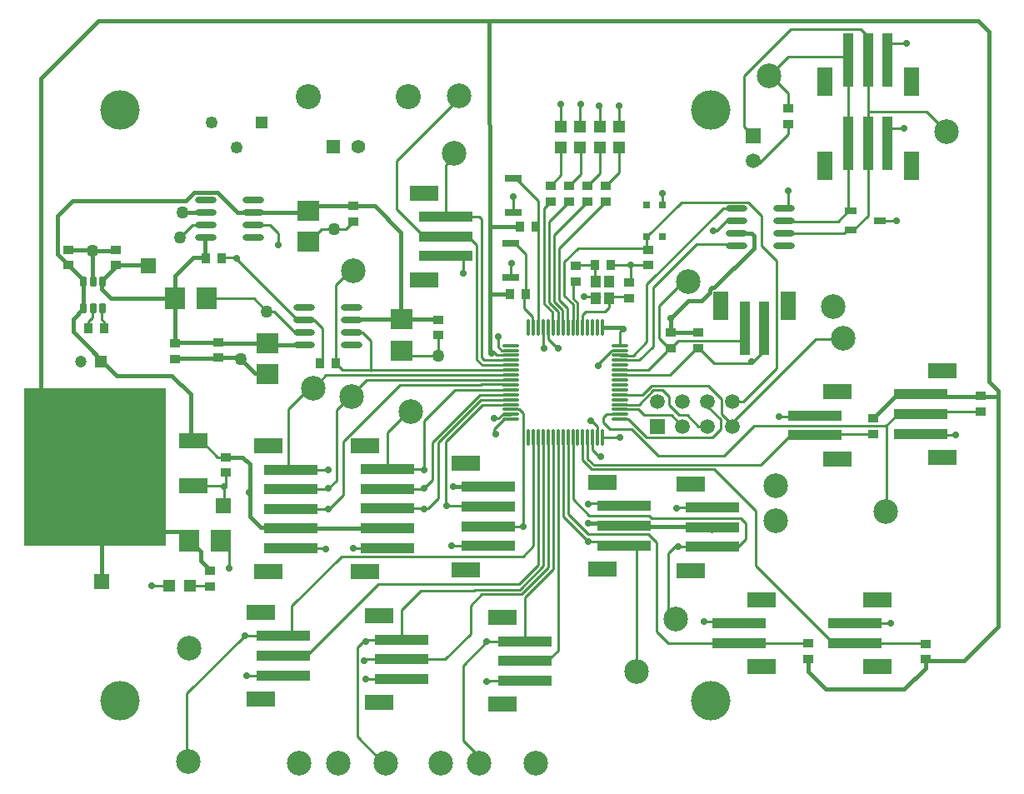
<source format=gtl>
G04*
G04 #@! TF.GenerationSoftware,Altium Limited,Altium Designer,18.1.7 (191)*
G04*
G04 Layer_Physical_Order=1*
G04 Layer_Color=255*
%FSLAX25Y25*%
%MOIN*%
G70*
G01*
G75*
%ADD13C,0.01000*%
%ADD18O,0.08661X0.02362*%
%ADD19R,0.04724X0.04724*%
%ADD20R,0.07874X0.08661*%
%ADD21R,0.21654X0.03937*%
%ADD22R,0.11811X0.06299*%
%ADD23R,0.08661X0.07874*%
%ADD24R,0.03937X0.03543*%
%ADD25R,0.06299X0.11811*%
%ADD26R,0.03937X0.21654*%
%ADD27R,0.04528X0.02559*%
%ADD28R,0.06693X0.03150*%
%ADD29R,0.06000X0.06000*%
%ADD30R,0.03543X0.03937*%
%ADD31R,0.04724X0.04724*%
%ADD32R,0.11811X0.06299*%
%ADD33R,0.24410X0.22835*%
%ADD34R,0.03937X0.04724*%
G04:AMPARAMS|DCode=35|XSize=23.62mil|YSize=39.37mil|CornerRadius=2.01mil|HoleSize=0mil|Usage=FLASHONLY|Rotation=0.000|XOffset=0mil|YOffset=0mil|HoleType=Round|Shape=RoundedRectangle|*
%AMROUNDEDRECTD35*
21,1,0.02362,0.03535,0,0,0.0*
21,1,0.01961,0.03937,0,0,0.0*
1,1,0.00402,0.00980,-0.01768*
1,1,0.00402,-0.00980,-0.01768*
1,1,0.00402,-0.00980,0.01768*
1,1,0.00402,0.00980,0.01768*
%
%ADD35ROUNDEDRECTD35*%
%ADD36O,0.01181X0.07087*%
%ADD37O,0.07087X0.01181*%
%ADD38R,0.02953X0.02756*%
%ADD73C,0.01500*%
%ADD74C,0.09843*%
%ADD75R,0.04574X0.04574*%
%ADD76C,0.04724*%
%ADD77R,0.05906X0.05906*%
%ADD78C,0.05906*%
%ADD79C,0.15748*%
%ADD80R,0.05906X0.05906*%
%ADD81R,0.04921X0.04921*%
%ADD82C,0.04921*%
%ADD83C,0.10039*%
%ADD84R,0.05512X0.05512*%
%ADD85C,0.05512*%
%ADD86C,0.02800*%
%ADD87C,0.05000*%
G36*
X57590Y101191D02*
X1020D01*
X1020Y164191D01*
X57590D01*
Y101191D01*
D02*
G37*
D13*
X83000Y92500D02*
Y100098D01*
X79598Y103500D02*
X83000Y100098D01*
X188500Y179000D02*
X189982Y177518D01*
X223000Y278000D02*
X223403Y277597D01*
X196500Y234807D02*
Y241500D01*
X195500Y214500D02*
X196000Y215000D01*
X358475Y145671D02*
X372168D01*
X333299Y70437D02*
X347937D01*
X227779Y118301D02*
X240969D01*
X229500Y200000D02*
X230000Y200500D01*
Y173500D02*
X235986Y179487D01*
X114756Y224743D02*
X115750Y223749D01*
X151756Y179392D02*
X153957Y177191D01*
X133000Y100000D02*
X133440Y100440D01*
X81000Y118500D02*
Y124991D01*
X79500Y117000D02*
X81000Y118500D01*
X225000Y201000D02*
X228500D01*
X229500Y200000D01*
X220500Y206892D02*
X220500Y206892D01*
Y200399D02*
Y206892D01*
Y200399D02*
X222421Y198478D01*
X276358Y99949D02*
X285449D01*
X258500Y75000D02*
Y98500D01*
X261500Y101500D01*
X258500Y75000D02*
X261500Y72000D01*
X246000Y51000D02*
Y101500D01*
X314000Y62500D02*
X314500Y63000D01*
X250728Y105900D02*
X254000Y102628D01*
Y67000D02*
Y102628D01*
Y67000D02*
X258500Y62500D01*
X176500Y23500D02*
X184500Y15500D01*
X176500Y23500D02*
Y53500D01*
X186000Y63000D01*
X136500D02*
X137500D01*
X134100Y60600D02*
X136500Y63000D01*
X134100Y24900D02*
Y60600D01*
Y24900D02*
X143500Y15500D01*
X66000Y16000D02*
Y42309D01*
X89191Y65500D01*
X299250Y289750D02*
X306500Y297000D01*
X299250Y289750D02*
X306500Y282500D01*
X298500Y290500D02*
X299250Y289750D01*
X306500Y276299D02*
Y282500D01*
X292500Y254500D02*
X295000D01*
X306500Y266000D02*
Y270000D01*
X295000Y254500D02*
X306500Y266000D01*
X335500Y308000D02*
X337500Y306000D01*
X307500Y308000D02*
X335500D01*
X289000Y289500D02*
X307500Y308000D01*
X289000Y269000D02*
Y289500D01*
X337500Y305500D02*
Y306000D01*
X289000Y269000D02*
X292500Y265500D01*
X346500Y302500D02*
X354000D01*
X346374Y302374D02*
X346500Y302500D01*
X346374Y295701D02*
Y302374D01*
X346500Y268500D02*
X353000D01*
X346374Y268374D02*
X346500Y268500D01*
X346374Y262201D02*
Y268374D01*
X350000Y231500D02*
X350000Y231500D01*
X343307Y231500D02*
X350000D01*
X367000Y155000D02*
X383500D01*
X345750Y149250D02*
X346000Y149000D01*
Y115500D02*
Y149000D01*
X345750Y149250D02*
X350500Y154000D01*
X345500Y149500D02*
X345750Y149250D01*
X350500Y154000D02*
X359500D01*
X338500Y275000D02*
Y295701D01*
Y262201D02*
Y275000D01*
X362000D01*
X370000Y267000D01*
X338500Y260000D02*
Y262201D01*
X338000Y259500D02*
X338500Y260000D01*
X306500Y297000D02*
X330000D01*
X338500Y233500D02*
Y254000D01*
X332760Y227760D02*
X338500Y233500D01*
X331693Y227760D02*
X332760D01*
X329000Y226500D02*
X330000Y227500D01*
X306596Y226500D02*
X329000D01*
X330626Y236374D02*
X332000Y235000D01*
X330740Y235240D02*
X331693D01*
X326500Y231000D02*
X330740Y235240D01*
X308000Y231000D02*
X326500D01*
X330626Y236374D02*
Y262201D01*
Y295701D01*
X198883Y155865D02*
X200500Y154248D01*
Y109000D02*
Y154248D01*
X213000Y225840D02*
X226214Y239054D01*
X213000Y199137D02*
Y225840D01*
X215000Y220506D02*
X233547Y239054D01*
X215000Y199786D02*
Y220506D01*
X223403Y260698D02*
X223500Y260601D01*
Y249972D02*
Y260601D01*
X218881Y245353D02*
X223500Y249972D01*
X308000Y146000D02*
X339500D01*
X228800Y133700D02*
X295700D01*
X226358Y136142D02*
X228800Y133700D01*
X295700D02*
X308000Y146000D01*
X277000Y131900D02*
X293500Y115400D01*
X228054Y131900D02*
X277000D01*
X252000Y112500D02*
X287500D01*
X251000Y113500D02*
X252000Y112500D01*
X226899Y113500D02*
X251000D01*
X226600Y105900D02*
X250728D01*
X262000Y116500D02*
X262197Y116697D01*
X224390Y135565D02*
X228054Y131900D01*
X239350Y181455D02*
Y186850D01*
X240500Y188000D01*
X176000Y216500D02*
X176500Y216000D01*
Y210500D02*
Y216000D01*
X85256Y216691D02*
X110256Y191691D01*
X120201Y173191D02*
Y188490D01*
X78906Y216691D02*
X85256D01*
X235986Y179487D02*
X239350D01*
X137500Y63000D02*
X138256Y63756D01*
X151782D01*
X258500Y62500D02*
X287000D01*
X314000D01*
X361500D02*
X362000Y62000D01*
X333299Y62500D02*
X361500D01*
X273000Y71000D02*
X281000D01*
X281500Y70500D01*
X293500Y93500D02*
Y115400D01*
X293000Y149500D02*
X345500D01*
X281000Y137500D02*
X293000Y149500D01*
X303000Y153000D02*
X316000D01*
X316500Y153500D01*
X254454Y137500D02*
X281000D01*
X284000Y150046D02*
X284394Y149652D01*
X279941Y154104D02*
X284000Y150046D01*
Y150500D01*
Y148500D02*
Y150046D01*
X317500Y184000D02*
X326500D01*
X284000Y150500D02*
X317500Y184000D01*
X200374Y109126D02*
X200500Y109000D01*
X186500Y109126D02*
X200374D01*
X169500Y117500D02*
Y143055D01*
X181191Y83691D02*
X199100D01*
X206673Y93810D02*
Y144841D01*
X198863Y86000D02*
X206673Y93810D01*
X142500Y86000D02*
X198863D01*
X208642Y93233D02*
Y144841D01*
X199100Y83691D02*
X208642Y93233D01*
X210610Y92656D02*
Y144841D01*
X199846Y81891D02*
X210610Y92656D01*
X184000Y81891D02*
X199846D01*
X212579Y92079D02*
Y144841D01*
X201282Y80782D02*
X212579Y92079D01*
X201282Y63140D02*
Y80782D01*
X146201Y116188D02*
X162496D01*
X107500Y116065D02*
X122909D01*
X133440Y100440D02*
X146201D01*
X172500Y101500D02*
X172748Y101252D01*
X186500D01*
X121317Y100317D02*
X121500Y100500D01*
X107500Y100317D02*
X121317D01*
X292000Y174500D02*
X297000Y179500D01*
X277000Y174500D02*
X292000D01*
X302000Y172500D02*
Y215500D01*
X288619Y159119D02*
X302000Y172500D01*
X284394Y159119D02*
X288619D01*
X296000Y221500D02*
X302000Y215500D01*
X264500Y207000D02*
X266500D01*
X255000Y197500D02*
X264500Y207000D01*
X255000Y184500D02*
Y197500D01*
Y184500D02*
X258000Y181500D01*
X262500Y101000D02*
X262551Y100949D01*
X276358D01*
X293500Y93500D02*
X323500Y63500D01*
X347874Y70500D02*
X347937Y70437D01*
X272000Y179500D02*
X277000Y174500D01*
X297000Y179500D02*
Y188500D01*
X259144Y169644D02*
X269000Y179500D01*
X239350Y169644D02*
X259144D01*
X262650Y183500D02*
X289000D01*
X259500Y180350D02*
X262650Y183500D01*
X250612Y171613D02*
X258000Y179000D01*
X239350Y171613D02*
X250612D01*
X162496Y116188D02*
X166500Y120191D01*
X170000Y117500D02*
X176500D01*
X169500Y143055D02*
X184279Y157833D01*
X187000Y47000D02*
X187392Y47392D01*
X201282D01*
X186000Y63000D02*
X186140Y63140D01*
X201282D01*
X179500Y77391D02*
X184000Y81891D01*
X179500Y66000D02*
Y77391D01*
X151782Y55882D02*
X169382D01*
X179500Y66000D01*
X186374Y109000D02*
X186500Y109126D01*
X150000Y236000D02*
X160500Y225500D01*
X150000Y236000D02*
Y255500D01*
X174500Y280000D01*
X125650Y205650D02*
X131000Y211000D01*
X125650Y174191D02*
Y205650D01*
X139500Y171549D02*
X195587D01*
X128291D02*
X139500D01*
Y183500D01*
Y171500D02*
Y171549D01*
X136309Y186691D02*
X139500Y183500D01*
X131949Y186691D02*
X136309D01*
X120000Y228000D02*
X125000D01*
X115750Y223749D02*
X120000Y228000D01*
X125000D02*
X129715D01*
X132756Y231042D01*
X169701Y253701D02*
X172500Y256500D01*
X169701Y232975D02*
Y253701D01*
X262197Y116697D02*
X276358D01*
X220500Y119899D02*
X226899Y113500D01*
X287500Y112500D02*
X289500Y110500D01*
Y104000D02*
Y110500D01*
X285449Y99949D02*
X289500Y104000D01*
X220453Y144841D02*
X220500Y144794D01*
Y119899D02*
Y144794D01*
X218653Y113847D02*
X226600Y105900D01*
X231000Y277500D02*
X231102Y277398D01*
X230500Y278000D02*
X231000Y277500D01*
X220850Y213542D02*
X229350D01*
X236299Y200875D02*
X242973D01*
X236299Y200136D02*
Y200875D01*
X234921Y196772D02*
Y200845D01*
X224421Y188542D02*
Y193806D01*
X28256Y192691D02*
Y196364D01*
X31997Y191802D02*
Y196364D01*
X125845Y155745D02*
X137900Y167800D01*
X122327Y123939D02*
X125845Y127457D01*
X306596Y236500D02*
Y243904D01*
X214500Y188500D02*
Y195091D01*
X212410Y187590D02*
Y194590D01*
X195650Y155865D02*
X198883D01*
X184279Y157833D02*
X195650D01*
X204705Y101205D02*
Y144841D01*
X200500Y97000D02*
X204705Y101205D01*
X127809Y97000D02*
X200500D01*
X197500Y248500D02*
X206500Y239500D01*
Y189292D02*
Y239500D01*
Y189292D02*
X206505Y189287D01*
Y188710D02*
Y189287D01*
Y188710D02*
X206673Y188542D01*
X238801Y277301D02*
X239000Y277500D01*
X238801Y268966D02*
Y277301D01*
X231102Y268966D02*
Y277398D01*
X223403Y268966D02*
Y277597D01*
X215500Y278000D02*
X215705Y277795D01*
Y268966D02*
Y277795D01*
X181000Y83500D02*
X181191Y83691D01*
X159500Y83500D02*
X181000D01*
X151782Y75782D02*
X159500Y83500D01*
X151782Y63756D02*
Y75782D01*
X137500Y48000D02*
X137508Y48008D01*
X151782D01*
X137500Y55500D02*
X137882Y55882D01*
X151782D01*
X146201Y146701D02*
X154500Y155000D01*
X146201Y131936D02*
Y146701D01*
X173191Y163691D02*
X192784D01*
X161000Y151500D02*
X173191Y163691D01*
X161000Y131821D02*
Y151500D01*
X121749Y169749D02*
X138000D01*
X116500Y164500D02*
X121749Y169749D01*
X137900Y167800D02*
X195525D01*
X137500Y169644D02*
X195650D01*
X151196Y165707D02*
X183509D01*
X128500Y121656D02*
Y143011D01*
X151196Y165707D01*
X114500Y164000D02*
X115500D01*
X106500Y156000D02*
X114500Y164000D01*
X106500Y132313D02*
Y156000D01*
X183124Y161770D02*
X195650D01*
X164173Y142818D02*
X183124Y161770D01*
X164173Y127521D02*
Y142818D01*
X183701Y159801D02*
X195650D01*
X166500Y142600D02*
X183701Y159801D01*
X166500Y120191D02*
Y142600D01*
X195525Y167800D02*
X195650Y167675D01*
X192198Y166000D02*
X192491Y165707D01*
X183802Y166000D02*
X192198D01*
X183509Y165707D02*
X183802Y166000D01*
X113843Y57343D02*
X142500Y86000D01*
X104530Y57343D02*
X113843D01*
X108000Y66000D02*
Y77191D01*
X214500Y59500D02*
Y91500D01*
X210266Y55266D02*
X214500Y59500D01*
X201282Y55266D02*
X210266D01*
X214547Y90162D02*
Y144841D01*
X228327Y139673D02*
X230500Y137500D01*
X228327Y139673D02*
Y144841D01*
X224390Y135565D02*
Y144841D01*
X226358Y136142D02*
Y144841D01*
X279941Y154104D02*
Y159869D01*
X274438Y165372D02*
X279941Y159869D01*
X243885Y148069D02*
X254454Y137500D01*
X250000Y225000D02*
X263779Y238779D01*
X290721D01*
X296000Y233500D01*
Y221500D02*
Y233500D01*
X183000Y232951D02*
X184000Y231951D01*
Y176514D02*
Y231951D01*
X196500Y241500D02*
X196500Y241500D01*
X195500Y208807D02*
Y214500D01*
X201500Y202150D02*
Y218000D01*
X197307Y222193D02*
X201500Y218000D01*
X195500Y222193D02*
X197307D01*
X201500Y202150D02*
X201650Y202000D01*
X201000Y201000D02*
X201500Y201500D01*
X201000Y196412D02*
Y201000D01*
X209000Y198046D02*
Y236506D01*
X211000Y231173D02*
X218881Y239054D01*
X211000Y198591D02*
Y231173D01*
X184965Y175549D02*
X195650D01*
X192491Y165707D02*
X195650D01*
X188000Y178500D02*
X188500Y179000D01*
X184000Y176514D02*
X184965Y175549D01*
X184136Y173549D02*
X192500D01*
X190500Y181000D02*
X192014Y179487D01*
X190500Y181000D02*
Y184500D01*
X192014Y179487D02*
X195650D01*
X169725Y232951D02*
X183000D01*
X182000Y175686D02*
Y221691D01*
Y175686D02*
X184136Y173549D01*
X178590Y225101D02*
X182000Y221691D01*
X201000Y196412D02*
X204327Y193085D01*
Y188920D02*
Y193085D01*
Y188920D02*
X204705Y188542D01*
X208642Y180858D02*
X209000Y180500D01*
X208642Y180858D02*
Y188542D01*
X210610Y183890D02*
X213500Y181000D01*
X210610Y183890D02*
Y188542D01*
X222421Y192290D02*
Y198478D01*
X217000Y201353D02*
X220500Y197853D01*
Y191760D02*
Y197853D01*
X220453Y191713D02*
X220500Y191760D01*
X217000Y215000D02*
X222500Y220500D01*
X217000Y201353D02*
Y215000D01*
X215000Y199786D02*
X218400Y196386D01*
X213000Y199137D02*
X216300Y195837D01*
X211000Y198591D02*
X214500Y195091D01*
X210442Y196558D02*
X212410Y194590D01*
X218400Y191500D02*
Y196386D01*
X220453Y188542D02*
Y191713D01*
X216300Y189200D02*
Y195837D01*
Y189200D02*
X216500Y189000D01*
X210442Y196558D02*
Y196604D01*
X212410Y187590D02*
X212500Y187500D01*
X209000Y198046D02*
X210442Y196604D01*
X209000Y236506D02*
X211547Y239054D01*
X306500Y244000D02*
X306596Y243904D01*
X233772Y153896D02*
X239350D01*
X232500Y152624D02*
X233772Y153896D01*
X250000Y206000D02*
X280500Y236500D01*
X250000Y182850D02*
Y206000D01*
X280500Y236500D02*
X284352D01*
X278000Y227500D02*
X282500Y232000D01*
X276500Y227500D02*
X278000D01*
X244500Y177349D02*
X250000Y182850D01*
X252500Y204510D02*
X269990Y222000D01*
X252500Y181000D02*
Y204510D01*
X247049Y175549D02*
X252500Y181000D01*
X239350Y175549D02*
X247049D01*
X189982Y177518D02*
X195650D01*
X306596Y226500D02*
X307096Y226000D01*
X269990Y222000D02*
X283000D01*
X222500Y220500D02*
X249841D01*
X249787Y220553D02*
X249841Y220500D01*
X250500Y219841D01*
X226490Y103000D02*
X226500D01*
X216516Y112975D02*
X226490Y103000D01*
X226500D02*
X240522D01*
X240969Y102553D01*
X246811Y157833D02*
X252550Y163572D01*
X239350Y157833D02*
X246811D01*
X233547Y245353D02*
X238801Y250606D01*
Y260698D01*
X226214Y245353D02*
X231102Y250241D01*
Y260698D01*
X211547Y245353D02*
X215705Y249510D01*
Y260698D01*
X108000Y77191D02*
X127809Y97000D01*
X218653Y113847D02*
Y144672D01*
X218484Y144841D02*
X218653Y144672D01*
X216516Y112975D02*
Y144841D01*
X227701Y118223D02*
X227779Y118301D01*
X232500Y150840D02*
X235271Y148069D01*
X232500Y150840D02*
Y152624D01*
X230295Y144841D02*
Y149075D01*
X227870Y151500D02*
X230295Y149075D01*
X235271Y148069D02*
X243885D01*
X227500Y151500D02*
X227870D01*
X242500Y152000D02*
X249834Y144666D01*
X239423Y152000D02*
X242500D01*
X276238Y144666D02*
X279500Y147928D01*
X284394Y149119D02*
Y149652D01*
X274394Y157106D02*
X279500Y152000D01*
Y147928D02*
Y152000D01*
X239350Y151927D02*
X239423Y152000D01*
X249834Y144666D02*
X276238D01*
X274394Y157106D02*
Y159119D01*
X239350Y161770D02*
X248202D01*
X251804Y165372D01*
X274438D01*
X252550Y163572D02*
X256238D01*
X258847Y160963D01*
Y157595D02*
Y160963D01*
Y157595D02*
X262870Y153572D01*
X266238D01*
X270691Y149119D01*
X274394D01*
X259941Y153572D02*
X264394Y149119D01*
X248928Y153572D02*
X259941D01*
X246636Y155865D02*
X248928Y153572D01*
X239350Y155865D02*
X246636D01*
X239350Y177518D02*
X239519Y177349D01*
X244500D01*
X113051Y191691D02*
X117000D01*
X110256D02*
X113051D01*
X190576Y152191D02*
X192113Y153727D01*
X189000Y152191D02*
X190576D01*
X189000Y148069D02*
X192858Y151927D01*
X189000Y146191D02*
Y148069D01*
X192858Y151927D02*
X195650D01*
X195481Y153727D02*
X195650Y153896D01*
X192113Y153727D02*
X195481D01*
X160843Y124191D02*
X164173Y127521D01*
X160713Y124062D02*
X160843Y124191D01*
X146201Y124062D02*
X160713D01*
X160886Y131936D02*
X161000Y131821D01*
X146201Y131936D02*
X160886D01*
X89781Y49469D02*
X104530D01*
X114000Y131813D02*
X122492D01*
X125845Y127457D02*
Y155745D01*
X122909Y116065D02*
X128500Y121656D01*
X107500Y123939D02*
X122327D01*
X89191Y65500D02*
X89475Y65217D01*
X104530D01*
X372168Y145671D02*
X372176Y145680D01*
X52057Y85385D02*
X58866D01*
X75111D02*
X75406Y85089D01*
X67134Y85385D02*
X75111D01*
X78146Y136841D02*
X81500D01*
X71800Y143187D02*
X78146Y136841D01*
X68484Y143187D02*
X71800D01*
X81500Y125491D02*
Y130542D01*
X81000Y124991D02*
X81500Y125491D01*
X80796Y125195D02*
X81000Y124991D01*
X68484Y125195D02*
X80796D01*
X256283Y241675D02*
X256300Y241691D01*
X256283Y237774D02*
Y241675D01*
X102756Y221691D02*
Y226191D01*
X99256Y229691D02*
X102756Y226191D01*
X92449Y229691D02*
X99256D01*
X249787Y220553D02*
Y224979D01*
X243470Y213542D02*
X250500D01*
X242972Y206687D02*
X243470Y207185D01*
Y213542D01*
X243470Y213542D02*
X243470Y213542D01*
X235650Y213542D02*
X243470D01*
X229350Y207227D02*
Y213542D01*
Y207227D02*
X229694Y206884D01*
X220500Y213191D02*
X220850Y213542D01*
X233140Y194990D02*
X234921Y196772D01*
X225606Y194990D02*
X233140D01*
X224421Y193806D02*
X225606Y194990D01*
X242973Y200875D02*
X243366Y201268D01*
X230998Y200691D02*
X231181Y200875D01*
X222421Y191912D02*
Y192290D01*
X232264Y144841D02*
X239315D01*
X169701Y225101D02*
X178590D01*
X125650Y174191D02*
X128291Y171549D01*
X195587D02*
X195650Y171613D01*
X169701Y232975D02*
X169725Y232951D01*
X166756Y177191D02*
Y185542D01*
X117000Y191691D02*
X120201Y188490D01*
X153957Y177191D02*
X166756D01*
X92805Y200191D02*
X98006Y194990D01*
X73855Y200191D02*
X92805D01*
X64256Y225691D02*
X68256Y229691D01*
X73308D01*
X98006Y194990D02*
X100957D01*
X109256Y186691D01*
X112808D01*
X31997Y191802D02*
X32906Y190892D01*
Y188191D02*
Y190892D01*
X26607Y191042D02*
X28256Y192691D01*
X26607Y188191D02*
Y191042D01*
D18*
X304923Y221500D02*
D03*
Y226500D02*
D03*
Y231500D02*
D03*
Y236500D02*
D03*
X286025Y221500D02*
D03*
Y226500D02*
D03*
Y231500D02*
D03*
Y236500D02*
D03*
X131949Y181691D02*
D03*
Y186691D02*
D03*
Y191691D02*
D03*
Y196691D02*
D03*
X113051Y181691D02*
D03*
Y186691D02*
D03*
Y191691D02*
D03*
Y196691D02*
D03*
X73551Y239691D02*
D03*
Y234691D02*
D03*
Y229691D02*
D03*
Y224691D02*
D03*
X92449Y239691D02*
D03*
Y234691D02*
D03*
Y229691D02*
D03*
Y224691D02*
D03*
D19*
X58866Y85385D02*
D03*
X67134D02*
D03*
D20*
X79598Y103500D02*
D03*
X67000D02*
D03*
X73855Y200191D02*
D03*
X61256D02*
D03*
D21*
X169701Y217227D02*
D03*
Y225101D02*
D03*
Y232975D02*
D03*
X201282Y47392D02*
D03*
Y55266D02*
D03*
Y63140D02*
D03*
X151782Y48008D02*
D03*
Y55882D02*
D03*
Y63756D02*
D03*
X104530Y49469D02*
D03*
Y57343D02*
D03*
Y65217D02*
D03*
X146201Y131936D02*
D03*
Y124062D02*
D03*
Y116188D02*
D03*
Y108314D02*
D03*
Y100440D02*
D03*
X107500Y100317D02*
D03*
Y108191D02*
D03*
Y116065D02*
D03*
Y123939D02*
D03*
Y131813D02*
D03*
X276358Y100949D02*
D03*
Y108823D02*
D03*
Y116697D02*
D03*
X359500Y161874D02*
D03*
Y154000D02*
D03*
Y146126D02*
D03*
X287000Y70374D02*
D03*
Y62500D02*
D03*
X317299Y153437D02*
D03*
Y145563D02*
D03*
X333299Y70374D02*
D03*
Y62500D02*
D03*
X240969Y117197D02*
D03*
Y109323D02*
D03*
Y101449D02*
D03*
X186500Y101252D02*
D03*
Y109126D02*
D03*
Y117000D02*
D03*
Y124874D02*
D03*
D22*
X160843Y207778D02*
D03*
Y242424D02*
D03*
X192424Y37943D02*
D03*
Y72589D02*
D03*
X142924Y38559D02*
D03*
Y73205D02*
D03*
X95672Y40020D02*
D03*
Y74666D02*
D03*
X137343Y141384D02*
D03*
Y90991D02*
D03*
X98642Y90868D02*
D03*
Y141262D02*
D03*
X267500Y91500D02*
D03*
Y126146D02*
D03*
X368358Y171323D02*
D03*
Y136677D02*
D03*
X295858Y79823D02*
D03*
Y53051D02*
D03*
X326157Y162886D02*
D03*
Y136114D02*
D03*
X342157Y79823D02*
D03*
Y53051D02*
D03*
X232111Y126646D02*
D03*
Y92000D02*
D03*
X177642Y91803D02*
D03*
Y134323D02*
D03*
D23*
X152000Y179392D02*
D03*
Y191990D02*
D03*
X98256Y169892D02*
D03*
Y182491D02*
D03*
X114756Y235490D02*
D03*
Y222892D02*
D03*
D24*
X306500Y270000D02*
D03*
Y276299D02*
D03*
X259500Y186650D02*
D03*
Y180350D02*
D03*
X361500Y62150D02*
D03*
Y55850D02*
D03*
X314500Y56000D02*
D03*
Y62299D02*
D03*
X383500Y161299D02*
D03*
Y155000D02*
D03*
X340500Y146000D02*
D03*
Y152299D02*
D03*
X270500Y180350D02*
D03*
Y186650D02*
D03*
X221500Y207042D02*
D03*
Y213341D02*
D03*
X242972Y200388D02*
D03*
Y206687D02*
D03*
X250500Y213542D02*
D03*
Y219841D02*
D03*
X226214Y245353D02*
D03*
Y239054D02*
D03*
X218881Y245353D02*
D03*
Y239054D02*
D03*
X233547Y245353D02*
D03*
Y239054D02*
D03*
X211547Y245353D02*
D03*
Y239054D02*
D03*
X75406Y85089D02*
D03*
Y91389D02*
D03*
X81500Y130542D02*
D03*
Y136841D02*
D03*
X18756Y219841D02*
D03*
Y213542D02*
D03*
X37756D02*
D03*
Y219841D02*
D03*
X78756Y176542D02*
D03*
Y182841D02*
D03*
X61256Y176042D02*
D03*
Y182341D02*
D03*
X166756Y185542D02*
D03*
Y191841D02*
D03*
X132756Y231042D02*
D03*
Y237341D02*
D03*
D25*
X321177Y253343D02*
D03*
X355823D02*
D03*
X306449Y197358D02*
D03*
X279677D02*
D03*
X321177Y286843D02*
D03*
X355823D02*
D03*
D26*
X330626Y262201D02*
D03*
X338500D02*
D03*
X346374D02*
D03*
X338500Y295701D02*
D03*
X330626D02*
D03*
X297000Y188500D02*
D03*
X289126D02*
D03*
X346374Y295701D02*
D03*
D27*
X331693Y227760D02*
D03*
Y235240D02*
D03*
X343307Y231500D02*
D03*
D28*
X195500Y208807D02*
D03*
Y222193D02*
D03*
X196500Y248193D02*
D03*
Y234807D02*
D03*
D29*
X50500Y213500D02*
D03*
X80500Y117500D02*
D03*
X32000Y87000D02*
D03*
D30*
X199201Y229000D02*
D03*
X205500D02*
D03*
X201650Y202000D02*
D03*
X195350D02*
D03*
X229350Y213542D02*
D03*
X235650D02*
D03*
X73701Y216500D02*
D03*
X80000D02*
D03*
X119350Y174191D02*
D03*
X125650D02*
D03*
X26607Y188191D02*
D03*
X32906D02*
D03*
D31*
X223403Y260698D02*
D03*
Y268966D02*
D03*
X231102Y260698D02*
D03*
Y268966D02*
D03*
X238801Y260698D02*
D03*
Y268966D02*
D03*
X215705Y260698D02*
D03*
Y268966D02*
D03*
D32*
X68484Y125195D02*
D03*
Y143187D02*
D03*
D33*
X40217Y134191D02*
D03*
D34*
X234812Y206884D02*
D03*
Y200191D02*
D03*
X229694Y206884D02*
D03*
Y200191D02*
D03*
D35*
X32240Y196278D02*
D03*
X28500D02*
D03*
X24760D02*
D03*
Y207105D02*
D03*
X28500D02*
D03*
X32240D02*
D03*
D36*
X232264Y188542D02*
D03*
X230295D02*
D03*
X228327D02*
D03*
X226358D02*
D03*
X224390D02*
D03*
X222421D02*
D03*
X220453D02*
D03*
X218484D02*
D03*
X216516D02*
D03*
X214547D02*
D03*
X212579D02*
D03*
X210610D02*
D03*
X208642D02*
D03*
X206673D02*
D03*
X204705D02*
D03*
X202736D02*
D03*
Y144841D02*
D03*
X204705D02*
D03*
X206673D02*
D03*
X208642D02*
D03*
X210610D02*
D03*
X212579D02*
D03*
X214547D02*
D03*
X216516D02*
D03*
X218484D02*
D03*
X220453D02*
D03*
X222421D02*
D03*
X224390D02*
D03*
X226358D02*
D03*
X228327D02*
D03*
X230295D02*
D03*
X232264D02*
D03*
D37*
X195650Y181455D02*
D03*
Y179487D02*
D03*
Y177518D02*
D03*
Y175549D02*
D03*
Y173581D02*
D03*
Y171613D02*
D03*
Y169644D02*
D03*
Y167675D02*
D03*
Y165707D02*
D03*
Y163739D02*
D03*
Y161770D02*
D03*
Y159801D02*
D03*
Y157833D02*
D03*
Y155865D02*
D03*
Y153896D02*
D03*
Y151927D02*
D03*
X239350D02*
D03*
Y153896D02*
D03*
Y155865D02*
D03*
Y157833D02*
D03*
Y159801D02*
D03*
Y161770D02*
D03*
Y163739D02*
D03*
Y165707D02*
D03*
Y167675D02*
D03*
Y169644D02*
D03*
Y171613D02*
D03*
Y173581D02*
D03*
Y175549D02*
D03*
Y177518D02*
D03*
Y179487D02*
D03*
Y181455D02*
D03*
D38*
X256283Y237774D02*
D03*
Y224979D02*
D03*
X249787D02*
D03*
Y237774D02*
D03*
D73*
X71500Y95500D02*
Y99000D01*
Y95500D02*
X75500Y91500D01*
X67000Y103500D02*
X71500Y99000D01*
X63366Y107134D02*
X63500Y107000D01*
X284500Y226500D02*
X292000D01*
X362748Y161000D02*
X390500D01*
X361500Y55500D02*
Y56500D01*
X187350Y202000D02*
X195500D01*
X54366Y107134D02*
X63366D01*
X28256Y207191D02*
X28756Y207691D01*
X61256Y176432D02*
X78646D01*
X275277Y203781D02*
X276010Y204514D01*
X275277Y202778D02*
Y203781D01*
X276010Y204514D02*
X277013D01*
X272000Y199500D02*
X275277Y202778D01*
X266500Y199500D02*
X272000D01*
X277013Y204514D02*
X293000Y220500D01*
Y225500D01*
X151756Y191990D02*
Y226691D01*
X114756Y237341D02*
X132756D01*
X112107Y234691D02*
X114756Y237341D01*
X131705Y191691D02*
X132004Y191990D01*
X274500Y109000D02*
X276000Y107500D01*
X226954Y110427D02*
X240969D01*
X20500Y187000D02*
X38000Y169500D01*
X24516Y196364D02*
Y207782D01*
X67500Y143000D02*
Y162000D01*
Y143000D02*
X68000Y142500D01*
X91286Y113037D02*
Y133863D01*
X186998Y311500D02*
X187350Y229000D01*
X30500Y311500D02*
X186998D01*
X7500Y288500D02*
X30500Y311500D01*
X382500D02*
X387000Y307000D01*
X187002Y311500D02*
X382500D01*
X187000Y311000D02*
X187002Y311500D01*
X7500Y159000D02*
Y288500D01*
X390500Y161000D02*
Y163500D01*
Y69000D02*
Y161000D01*
X388175Y165825D02*
X390500Y163500D01*
X388175Y165825D02*
Y165825D01*
X387000Y167000D02*
X388175Y165825D01*
X387000Y167000D02*
Y307000D01*
X292000Y226500D02*
X293000Y225500D01*
X239458Y188542D02*
X240000Y188000D01*
X232264Y188542D02*
X239458D01*
X361500Y52500D02*
Y55500D01*
X353000Y44000D02*
X361500Y52500D01*
X321500Y44000D02*
X353000D01*
X361500Y55500D02*
X377000D01*
X314500Y51000D02*
Y55500D01*
Y51000D02*
X321500Y44000D01*
X377000Y55500D02*
X390500Y69000D01*
X362000Y161748D02*
X362748Y161000D01*
X350201Y162000D02*
X352500D01*
X340500Y152299D02*
X350201Y162000D01*
X187350Y202000D02*
Y229000D01*
Y179150D02*
Y202000D01*
X270500Y186650D02*
X270650D01*
X259500D02*
X270500D01*
X270650D02*
X271000Y187000D01*
X259500Y192500D02*
X266500Y199500D01*
X259500Y186650D02*
Y192000D01*
X187350Y229000D02*
X199201D01*
X187350Y179150D02*
X188000Y178500D01*
X32000Y103000D02*
X32500Y103500D01*
X32000Y87000D02*
Y103000D01*
X31997Y207191D02*
X37756Y212951D01*
X49958Y213542D02*
X50000Y213500D01*
X37756Y213542D02*
X49958D01*
X60000Y169500D02*
X67500Y162000D01*
X38000Y169500D02*
X60000D01*
X241292Y109000D02*
X274500D01*
X240969Y109323D02*
X241292Y109000D01*
X78146Y182731D02*
X78756Y183341D01*
X73308Y217392D02*
Y224691D01*
X78756Y183341D02*
X79607Y182491D01*
X98006Y183240D02*
X99556Y181691D01*
X31997Y203951D02*
Y207191D01*
X61256Y182731D02*
X78146D01*
X173000Y125000D02*
X173126Y124874D01*
X186500D01*
X54000Y107500D02*
X54366Y107134D01*
X20500Y187000D02*
Y192018D01*
X24760Y196278D01*
X146079Y108191D02*
X146201Y108314D01*
X107500Y108191D02*
X146079D01*
X88308Y136841D02*
X91286Y133863D01*
X81500Y136841D02*
X88308D01*
X95632Y108691D02*
X107000D01*
X91286Y113037D02*
X95632Y108691D01*
X107000D02*
X107500Y108191D01*
X152000Y191990D02*
X166607D01*
X151756D02*
X152000D01*
X92449Y234691D02*
X112107D01*
X86256D02*
X92449D01*
X87500Y176014D02*
X93323Y170191D01*
X86973Y176542D02*
X87500Y176014D01*
X93323Y170191D02*
X96957D01*
X78756Y176542D02*
X86973D01*
X20256Y239191D02*
X65513D01*
X14256Y233191D02*
X20256Y239191D01*
X65513D02*
X68944Y242622D01*
X166607Y191990D02*
X166756Y191841D01*
X132004Y191990D02*
X151756D01*
X141107Y237341D02*
X151756Y226691D01*
X132756Y237341D02*
X141107D01*
X78325Y242622D02*
X86256Y234691D01*
X68944Y242622D02*
X78325D01*
X14256Y218042D02*
Y233191D01*
Y218042D02*
X18756Y213542D01*
X97457Y171191D02*
X97756Y170892D01*
X64756Y234691D02*
X73308D01*
X78646Y176432D02*
X78756Y176542D01*
X28256Y207191D02*
Y219282D01*
X37197D02*
X37756Y219841D01*
X28256Y219282D02*
X37197D01*
X27697Y219841D02*
X28256Y219282D01*
X18756Y219841D02*
X27697D01*
X35756Y200191D02*
X61256D01*
X31997Y203951D02*
X35756Y200191D01*
X37756Y212951D02*
Y213542D01*
X18756D02*
X24516Y207782D01*
X72607Y216691D02*
X73308Y217392D01*
X68756Y216691D02*
X72607D01*
X61256Y209191D02*
X68756Y216691D01*
X61256Y200191D02*
Y209191D01*
Y182731D02*
Y200191D01*
X79607Y182491D02*
X97256D01*
X99556Y181691D02*
X112808D01*
D74*
X246000Y51000D02*
D03*
X261500Y72000D02*
D03*
X66500Y15000D02*
D03*
X183000Y14500D02*
D03*
X145500D02*
D03*
X370000Y267000D02*
D03*
X299000Y289500D02*
D03*
X345500Y115000D02*
D03*
X266500Y207000D02*
D03*
X328500Y184500D02*
D03*
X301500Y125500D02*
D03*
X324500Y197000D02*
D03*
X301500Y111500D02*
D03*
X155500Y155000D02*
D03*
X132000Y161000D02*
D03*
X116500Y164500D02*
D03*
X205500Y14500D02*
D03*
X167500D02*
D03*
X132500Y211500D02*
D03*
X175000Y281500D02*
D03*
X173000Y258500D02*
D03*
X126500Y14500D02*
D03*
X111000D02*
D03*
X67000Y60500D02*
D03*
D75*
X31500Y175000D02*
D03*
D76*
X23626D02*
D03*
D77*
X254394Y149119D02*
D03*
D78*
X264394D02*
D03*
X274394D02*
D03*
X284394D02*
D03*
X254394Y159119D02*
D03*
X264394D02*
D03*
X274394D02*
D03*
X284394D02*
D03*
X292500Y255500D02*
D03*
D79*
X39370Y39370D02*
D03*
Y275590D02*
D03*
X275590D02*
D03*
Y39370D02*
D03*
D80*
X292500Y265500D02*
D03*
D81*
X96000Y270553D02*
D03*
D82*
X86000Y260554D02*
D03*
X76000Y270553D02*
D03*
D83*
X114500Y281000D02*
D03*
X154500D02*
D03*
D84*
X124500Y261000D02*
D03*
D85*
X134500D02*
D03*
D86*
X83000Y92500D02*
D03*
X49500Y153000D02*
D03*
Y117000D02*
D03*
X45000Y108000D02*
D03*
X40500Y153000D02*
D03*
Y117000D02*
D03*
X36000Y108000D02*
D03*
X31500Y153000D02*
D03*
Y117000D02*
D03*
X27000Y108000D02*
D03*
X22500Y153000D02*
D03*
X18000Y144000D02*
D03*
X22500Y135000D02*
D03*
X18000Y126000D02*
D03*
X22500Y117000D02*
D03*
X18000Y108000D02*
D03*
X13500Y153000D02*
D03*
X9000Y144000D02*
D03*
X13500Y135000D02*
D03*
X9000Y126000D02*
D03*
X13500Y117000D02*
D03*
X9000Y108000D02*
D03*
X225000Y201000D02*
D03*
X137000Y55500D02*
D03*
X354000Y302500D02*
D03*
X353000Y268500D02*
D03*
X350000Y231500D02*
D03*
X262000Y116500D02*
D03*
X176500Y210500D02*
D03*
X189500Y146000D02*
D03*
X86000Y216500D02*
D03*
X230500Y173500D02*
D03*
X303000Y153000D02*
D03*
X200500Y109000D02*
D03*
X161000Y116000D02*
D03*
X172000Y101500D02*
D03*
X132500Y100500D02*
D03*
X121500Y100000D02*
D03*
X122500Y116000D02*
D03*
X292000Y175000D02*
D03*
X262500Y101000D02*
D03*
X273000Y71000D02*
D03*
X347500Y70500D02*
D03*
X259500Y192500D02*
D03*
X170000Y117500D02*
D03*
X186000Y47000D02*
D03*
Y63000D02*
D03*
X137500D02*
D03*
X172500Y125000D02*
D03*
X239000Y277500D02*
D03*
X223500Y278000D02*
D03*
X231000Y277500D02*
D03*
X215500Y278000D02*
D03*
X137500Y48000D02*
D03*
X231500Y137000D02*
D03*
X196500Y241000D02*
D03*
X196000Y214500D02*
D03*
X188000Y178500D02*
D03*
X190500Y185000D02*
D03*
X214500Y180500D02*
D03*
X209000D02*
D03*
X306500Y243500D02*
D03*
X240500Y188000D02*
D03*
X276500Y227500D02*
D03*
X226500Y118000D02*
D03*
Y103000D02*
D03*
Y110500D02*
D03*
X227500Y151500D02*
D03*
X189000Y152191D02*
D03*
X239315Y144841D02*
D03*
X160843Y124191D02*
D03*
X161000Y131821D02*
D03*
X89781Y49469D02*
D03*
X122697Y124191D02*
D03*
X122500Y131821D02*
D03*
X90874Y122695D02*
D03*
X89191Y65500D02*
D03*
X373676Y145680D02*
D03*
X52057Y85385D02*
D03*
X81000Y124991D02*
D03*
X256236Y242191D02*
D03*
X102756Y221691D02*
D03*
X243470Y213542D02*
D03*
D87*
X125000Y228000D02*
D03*
X63256Y224691D02*
D03*
X87500Y176014D02*
D03*
X166756Y177191D02*
D03*
X64256Y234691D02*
D03*
X28256Y219282D02*
D03*
X98006Y194990D02*
D03*
M02*

</source>
